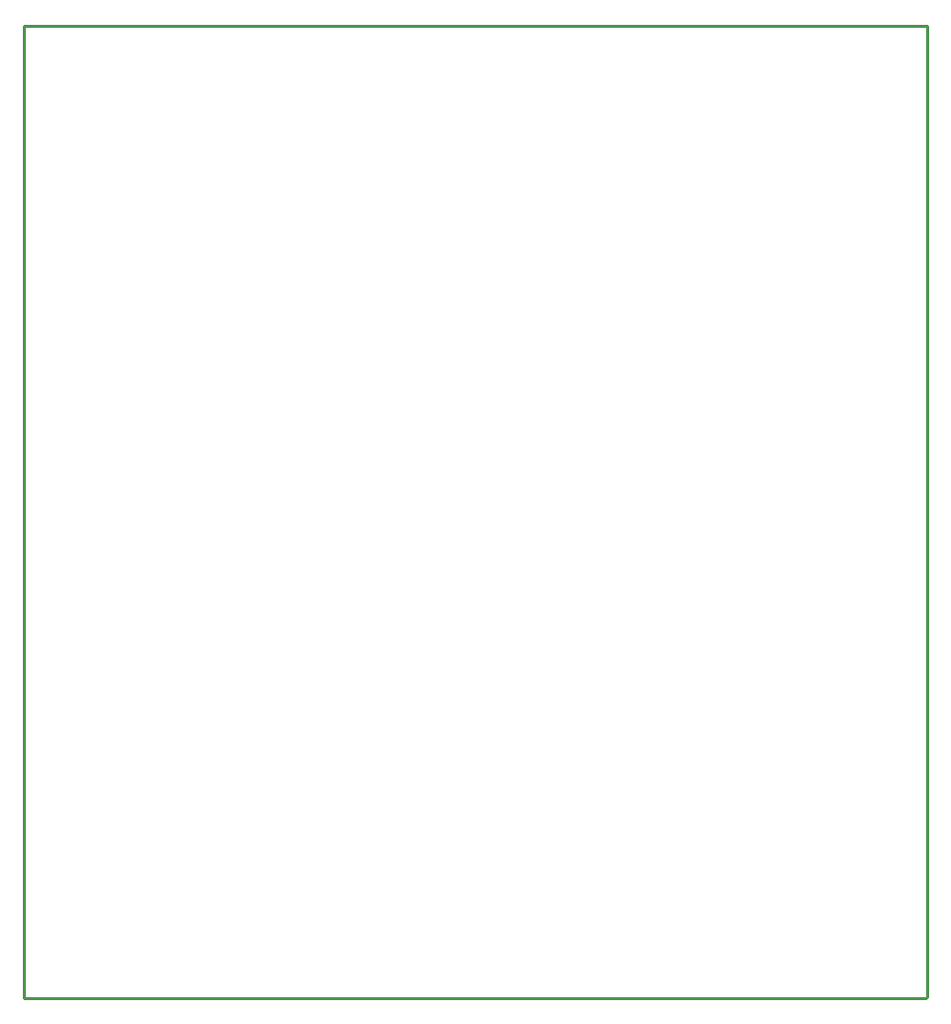
<source format=gko>
G04*
G04 #@! TF.GenerationSoftware,Altium Limited,Altium Designer,22.5.1 (42)*
G04*
G04 Layer_Color=16711935*
%FSLAX44Y44*%
%MOMM*%
G71*
G04*
G04 #@! TF.SameCoordinates,D36B5827-C087-4E08-AA9B-A7BE46811C41*
G04*
G04*
G04 #@! TF.FilePolarity,Positive*
G04*
G01*
G75*
%ADD16C,0.2540*%
D16*
X674370Y1270000D02*
X680720D01*
X674370Y441960D02*
Y1270000D01*
Y441960D02*
X1442720D01*
X1443990Y443230D01*
Y1270000D01*
X680720D02*
X1443990D01*
M02*

</source>
